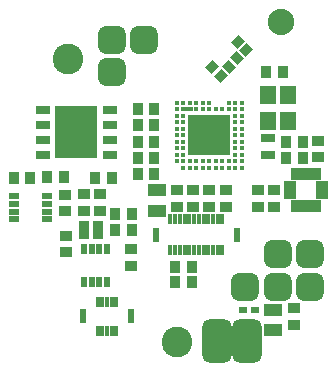
<source format=gts>
G04*
G04 #@! TF.GenerationSoftware,Altium Limited,Altium Designer,19.0.12 (326)*
G04*
G04 Layer_Color=8388736*
%FSLAX24Y24*%
%MOIN*%
G70*
G01*
G75*
G04:AMPARAMS|DCode=38|XSize=93mil|YSize=93mil|CornerRadius=25.3mil|HoleSize=0mil|Usage=FLASHONLY|Rotation=0.000|XOffset=0mil|YOffset=0mil|HoleType=Round|Shape=RoundedRectangle|*
%AMROUNDEDRECTD38*
21,1,0.0930,0.0425,0,0,0.0*
21,1,0.0425,0.0930,0,0,0.0*
1,1,0.0505,0.0213,-0.0213*
1,1,0.0505,-0.0213,-0.0213*
1,1,0.0505,-0.0213,0.0213*
1,1,0.0505,0.0213,0.0213*
%
%ADD38ROUNDEDRECTD38*%
%ADD39R,0.0230X0.0513*%
%ADD40R,0.0171X0.0328*%
%ADD41R,0.0356X0.0434*%
%ADD42R,0.0230X0.0513*%
G04:AMPARAMS|DCode=43|XSize=33.6mil|YSize=29.7mil|CornerRadius=0mil|HoleSize=0mil|Usage=FLASHONLY|Rotation=45.000|XOffset=0mil|YOffset=0mil|HoleType=Round|Shape=Rectangle|*
%AMROTATEDRECTD43*
4,1,4,-0.0014,-0.0224,-0.0224,-0.0014,0.0014,0.0224,0.0224,0.0014,-0.0014,-0.0224,0.0*
%
%ADD43ROTATEDRECTD43*%

G04:AMPARAMS|DCode=44|XSize=33.6mil|YSize=29.7mil|CornerRadius=0mil|HoleSize=0mil|Usage=FLASHONLY|Rotation=315.000|XOffset=0mil|YOffset=0mil|HoleType=Round|Shape=Rectangle|*
%AMROTATEDRECTD44*
4,1,4,-0.0224,0.0014,-0.0014,0.0224,0.0224,-0.0014,0.0014,-0.0224,-0.0224,0.0014,0.0*
%
%ADD44ROTATEDRECTD44*%

%ADD45R,0.0434X0.0356*%
%ADD46R,0.0277X0.0198*%
%ADD47R,0.0592X0.0415*%
%ADD48R,0.0375X0.0237*%
%ADD49R,0.0198X0.0395*%
%ADD50R,0.0395X0.0198*%
%ADD51R,0.0493X0.0257*%
%ADD52R,0.1419X0.1773*%
%ADD53R,0.0552X0.0631*%
%ADD54R,0.0513X0.0316*%
%ADD55R,0.0237X0.0375*%
%ADD56R,0.0375X0.0190*%
%ADD57R,0.0391X0.0174*%
%ADD58R,0.0174X0.0174*%
%ADD59R,0.1437X0.1372*%
%ADD60C,0.0883*%
G04:AMPARAMS|DCode=61|XSize=145.8mil|YSize=98.6mil|CornerRadius=26.6mil|HoleSize=0mil|Usage=FLASHONLY|Rotation=90.000|XOffset=0mil|YOffset=0mil|HoleType=Round|Shape=RoundedRectangle|*
%AMROUNDEDRECTD61*
21,1,0.1458,0.0453,0,0,90.0*
21,1,0.0925,0.0986,0,0,90.0*
1,1,0.0533,0.0226,0.0463*
1,1,0.0533,0.0226,-0.0463*
1,1,0.0533,-0.0226,-0.0463*
1,1,0.0533,-0.0226,0.0463*
%
%ADD61ROUNDEDRECTD61*%
%ADD62C,0.1025*%
%ADD63C,0.0300*%
D38*
X2165Y-3248D02*
D03*
X-2274Y3898D02*
D03*
X4331Y-2165D02*
D03*
X3248D02*
D03*
Y-3250D02*
D03*
X-1191Y4980D02*
D03*
X-2274D02*
D03*
X4331Y-3250D02*
D03*
D39*
X-3255Y-4223D02*
D03*
X-1625D02*
D03*
D40*
X-2755Y-3743D02*
D03*
X-2598D02*
D03*
X-2440D02*
D03*
X-2283D02*
D03*
X-2125D02*
D03*
Y-4725D02*
D03*
X-2283D02*
D03*
X-2440D02*
D03*
X-2598D02*
D03*
X-2755D02*
D03*
X-325Y-2028D02*
D03*
Y-984D02*
D03*
X1407Y-2028D02*
D03*
Y-984D02*
D03*
X-167D02*
D03*
X-10D02*
D03*
X148D02*
D03*
X305D02*
D03*
X463D02*
D03*
X620D02*
D03*
X778D02*
D03*
X935D02*
D03*
X1093D02*
D03*
X1250D02*
D03*
Y-2028D02*
D03*
X1093D02*
D03*
X935D02*
D03*
X778D02*
D03*
X620D02*
D03*
X463D02*
D03*
X305D02*
D03*
X148D02*
D03*
X-10D02*
D03*
X-167D02*
D03*
D41*
X379Y-3100D02*
D03*
X-172D02*
D03*
Y-2598D02*
D03*
X379D02*
D03*
X-5001Y396D02*
D03*
X-5552D02*
D03*
X-2173Y-1341D02*
D03*
X-1622D02*
D03*
X-4426Y400D02*
D03*
X-3874D02*
D03*
X-2274Y396D02*
D03*
X-2825D02*
D03*
X-1417Y508D02*
D03*
X-866D02*
D03*
X-1417Y1049D02*
D03*
X-866D02*
D03*
X-1417Y1591D02*
D03*
X-866D02*
D03*
X-1417Y2132D02*
D03*
X-866D02*
D03*
X-1417Y2673D02*
D03*
X-866D02*
D03*
X3415Y3898D02*
D03*
X2864D02*
D03*
X3530Y1591D02*
D03*
X4081D02*
D03*
X3530Y1049D02*
D03*
X4081D02*
D03*
X-2173Y-807D02*
D03*
X-1622D02*
D03*
D42*
X1896Y-1506D02*
D03*
X-813D02*
D03*
D43*
X2199Y4639D02*
D03*
X1921Y4917D02*
D03*
X1350Y3789D02*
D03*
X1072Y4068D02*
D03*
D44*
X1900Y4367D02*
D03*
X1622Y4089D02*
D03*
D45*
X3789Y-3967D02*
D03*
Y-4518D02*
D03*
X-3850Y-177D02*
D03*
Y-729D02*
D03*
X-3797Y-1537D02*
D03*
Y-2089D02*
D03*
X4596Y1624D02*
D03*
Y1073D02*
D03*
X3140Y-33D02*
D03*
Y-585D02*
D03*
X2598D02*
D03*
Y-33D02*
D03*
X-1624Y-2549D02*
D03*
Y-1998D02*
D03*
X1516Y-585D02*
D03*
Y-33D02*
D03*
X974Y-585D02*
D03*
Y-33D02*
D03*
X433Y-585D02*
D03*
Y-33D02*
D03*
X-108Y-585D02*
D03*
Y-33D02*
D03*
X-3207Y-157D02*
D03*
Y-709D02*
D03*
X-2657Y-157D02*
D03*
Y-709D02*
D03*
D46*
X2096Y-4006D02*
D03*
X2490D02*
D03*
D47*
X3100D02*
D03*
Y-4675D02*
D03*
X-778Y-703D02*
D03*
Y-33D02*
D03*
D48*
X-4450Y-994D02*
D03*
Y-738D02*
D03*
Y-482D02*
D03*
Y-226D02*
D03*
X-5552Y-994D02*
D03*
Y-738D02*
D03*
Y-482D02*
D03*
Y-226D02*
D03*
D49*
X3809Y508D02*
D03*
X4006D02*
D03*
X4203D02*
D03*
X4400D02*
D03*
X4596D02*
D03*
Y-567D02*
D03*
X4400D02*
D03*
X4203D02*
D03*
X4006D02*
D03*
X3809D02*
D03*
D50*
X4740Y167D02*
D03*
Y-30D02*
D03*
Y-226D02*
D03*
X3665D02*
D03*
Y-30D02*
D03*
Y167D02*
D03*
D51*
X-2354Y1161D02*
D03*
X-2354Y1661D02*
D03*
Y2161D02*
D03*
X-2354Y2661D02*
D03*
X-4575Y1161D02*
D03*
X-4575Y1661D02*
D03*
Y2161D02*
D03*
X-4575Y2661D02*
D03*
D52*
X-3465Y1911D02*
D03*
D53*
X2923Y2274D02*
D03*
Y3140D02*
D03*
X3593D02*
D03*
Y2274D02*
D03*
D54*
X2923Y1709D02*
D03*
Y1157D02*
D03*
D55*
X-2439Y-1998D02*
D03*
X-2695Y-1998D02*
D03*
X-2951Y-1998D02*
D03*
X-3207Y-1998D02*
D03*
X-2439Y-3100D02*
D03*
X-2695D02*
D03*
X-2951D02*
D03*
X-3207D02*
D03*
D56*
Y-1144D02*
D03*
Y-1341D02*
D03*
Y-1537D02*
D03*
X-2754Y-1144D02*
D03*
Y-1341D02*
D03*
Y-1537D02*
D03*
D57*
X217Y2673D02*
D03*
D58*
X1841Y2024D02*
D03*
Y1807D02*
D03*
X1191Y941D02*
D03*
X541D02*
D03*
X108Y1591D02*
D03*
Y1807D02*
D03*
Y2240D02*
D03*
X541Y2673D02*
D03*
X758D02*
D03*
X974D02*
D03*
X1191D02*
D03*
X1407D02*
D03*
X1624D02*
D03*
X1841D02*
D03*
Y2457D02*
D03*
Y2240D02*
D03*
Y1591D02*
D03*
Y1374D02*
D03*
Y1157D02*
D03*
Y941D02*
D03*
X1624D02*
D03*
X1407D02*
D03*
X974D02*
D03*
X758D02*
D03*
X325D02*
D03*
X108D02*
D03*
Y1157D02*
D03*
Y1374D02*
D03*
Y2024D02*
D03*
Y2457D02*
D03*
X758Y724D02*
D03*
X108Y2890D02*
D03*
X-108Y941D02*
D03*
Y1157D02*
D03*
Y1374D02*
D03*
Y1591D02*
D03*
Y1807D02*
D03*
Y2024D02*
D03*
Y2240D02*
D03*
Y2457D02*
D03*
Y2673D02*
D03*
Y2890D02*
D03*
X108Y724D02*
D03*
X325D02*
D03*
X541D02*
D03*
X974D02*
D03*
X1191D02*
D03*
X1407D02*
D03*
X1624D02*
D03*
X1841D02*
D03*
X2057D02*
D03*
Y941D02*
D03*
Y1157D02*
D03*
Y1374D02*
D03*
Y1591D02*
D03*
Y1807D02*
D03*
Y2024D02*
D03*
Y2240D02*
D03*
Y2457D02*
D03*
Y2673D02*
D03*
Y2890D02*
D03*
X1841D02*
D03*
X1624D02*
D03*
X974D02*
D03*
X758D02*
D03*
X541D02*
D03*
X325D02*
D03*
D59*
X974Y1807D02*
D03*
D60*
X3346Y5568D02*
D03*
D61*
X1230Y-5060D02*
D03*
X2230D02*
D03*
D62*
X-3740Y4331D02*
D03*
X-108Y-5089D02*
D03*
D63*
X1407Y2240D02*
D03*
X541D02*
D03*
Y1374D02*
D03*
X1407D02*
D03*
M02*

</source>
